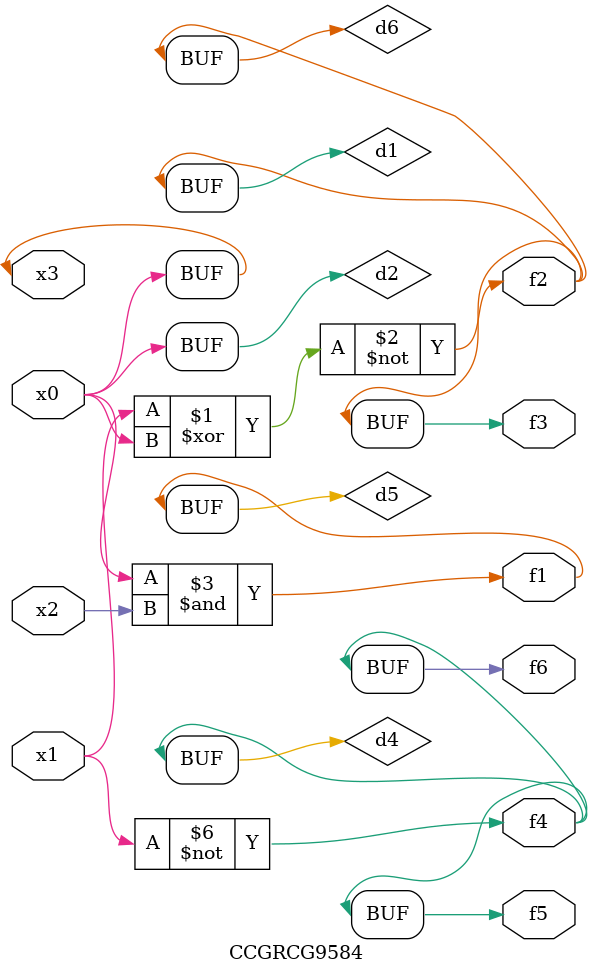
<source format=v>
module CCGRCG9584(
	input x0, x1, x2, x3,
	output f1, f2, f3, f4, f5, f6
);

	wire d1, d2, d3, d4, d5, d6;

	xnor (d1, x1, x3);
	buf (d2, x0, x3);
	nand (d3, x0, x2);
	not (d4, x1);
	nand (d5, d3);
	or (d6, d1);
	assign f1 = d5;
	assign f2 = d6;
	assign f3 = d6;
	assign f4 = d4;
	assign f5 = d4;
	assign f6 = d4;
endmodule

</source>
